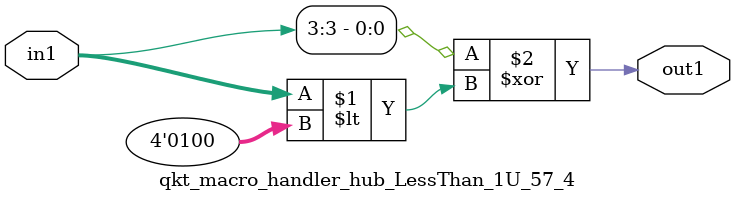
<source format=v>

`timescale 1ps / 1ps


module qkt_macro_handler_hub_LessThan_1U_57_4( in1, out1 );

    input [3:0] in1;
    output out1;

    
    // rtl_process:qkt_macro_handler_hub_LessThan_1U_57_4/qkt_macro_handler_hub_LessThan_1U_57_4_thread_1
    assign out1 = (in1[3] ^ in1 < 4'd04);

endmodule


</source>
